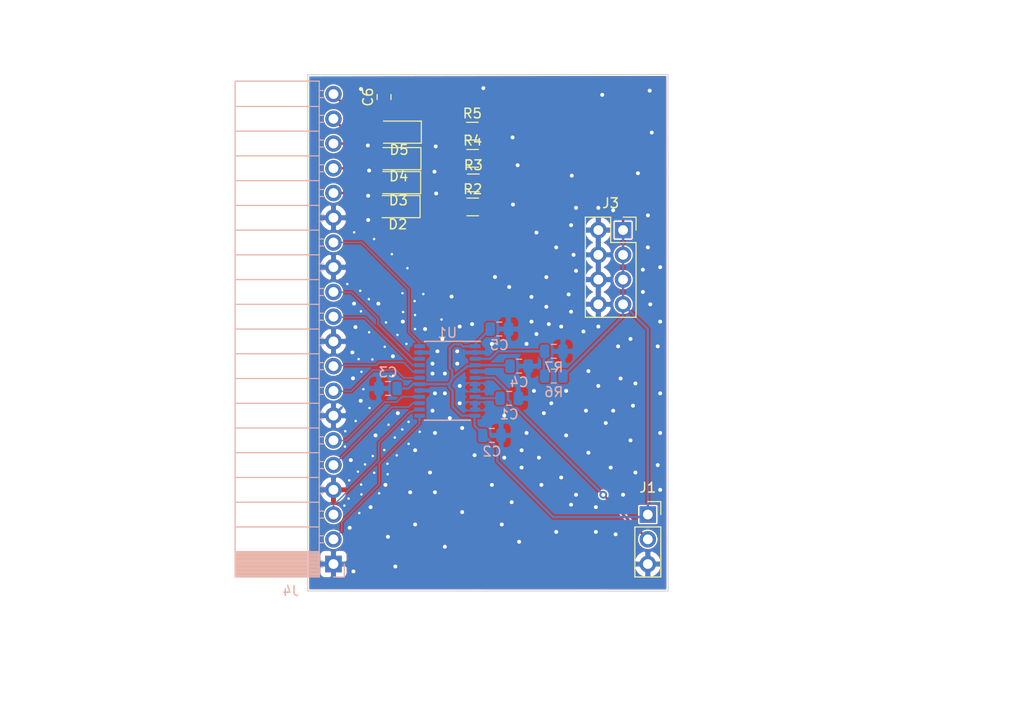
<source format=kicad_pcb>
(kicad_pcb (version 20171130) (host pcbnew 5.1.5+dfsg1-2+b1)
  (layers (0 F.Cu signal) (31 B.Cu signal) (34 B.Paste user) (35 F.Paste user) (36 B.SilkS user) (37 F.SilkS user) (38 B.Mask user) (39 F.Mask user) (44 Edge.Cuts user))
  (net 0 "")
  (net 1 GND)
  (net 2 "Net-(C1-Pad1)")
  (net 3 +3V3)
  (net 4 "Net-(D2-Pad1)")
  (net 5 "Net-(D2-Pad2)")
  (net 6 "Net-(D3-Pad2)")
  (net 7 "Net-(D3-Pad1)")
  (net 8 "Net-(D4-Pad1)")
  (net 9 "Net-(D4-Pad2)")
  (net 10 "Net-(D5-Pad2)")
  (net 11 "Net-(D5-Pad1)")
  (net 12 "Net-(J1-Pad2)")
  (net 13 "Net-(J4-Pad2)")
  (net 14 "Net-(J4-Pad3)")
  (net 15 "Net-(J4-Pad5)")
  (net 16 "Net-(J4-Pad6)")
  (net 17 "Net-(J4-Pad8)")
  (net 18 "Net-(J4-Pad9)")
  (net 19 "Net-(J4-Pad11)")
  (net 20 "Net-(J4-Pad12)")
  (net 21 "Net-(R6-Pad1)")
  (net 22 "Net-(J4-Pad14)")
  (module Capacitor_SMD:C_0805_2012Metric (layer F.Cu) (at 78.85 28.25 90)
    (fp_text reference C6 (at 0 -1.65 90) (layer F.SilkS))
    (fp_text value 0.1uF)
    (pad 2 smd roundrect (at 0.9375 0 90) (size 0.975 1.4) (layers F.Cu F.Paste F.Mask) (net 1 GND))
    (pad 1 smd roundrect (at -0.9375 0 90) (size 0.975 1.4) (layers F.Cu F.Paste F.Mask) (net 3 +3V3))
  )
  (module Package_SO:TSSOP-24_4.4x7.8mm_P0.65mm (layer B.Cu) (at 85.344 57.404 180)
    (fp_text reference U1 (at 0 4.95) (layer B.SilkS) (effects (justify mirror)))
    (fp_text value ADC08060)
    (pad 24 smd rect (at 2.85 3.575 180) (size 1.1 0.4) (layers B.Cu B.Paste B.Mask) (net 22 "Net-(J4-Pad14)"))
    (pad 23 smd rect (at 2.85 2.925 180) (size 1.1 0.4) (layers B.Cu B.Paste B.Mask) (net 1 GND))
    (pad 22 smd rect (at 2.85 2.275 180) (size 1.1 0.4) (layers B.Cu B.Paste B.Mask) (net 20 "Net-(J4-Pad12)"))
    (pad 21 smd rect (at 2.85 1.625 180) (size 1.1 0.4) (layers B.Cu B.Paste B.Mask) (net 19 "Net-(J4-Pad11)"))
    (pad 20 smd rect (at 2.85 0.975 180) (size 1.1 0.4) (layers B.Cu B.Paste B.Mask) (net 18 "Net-(J4-Pad9)"))
    (pad 19 smd rect (at 2.85 0.325 180) (size 1.1 0.4) (layers B.Cu B.Paste B.Mask) (net 17 "Net-(J4-Pad8)"))
    (pad 18 smd rect (at 2.85 -0.325 180) (size 1.1 0.4) (layers B.Cu B.Paste B.Mask) (net 3 +3V3))
    (pad 17 smd rect (at 2.85 -0.975 180) (size 1.1 0.4) (layers B.Cu B.Paste B.Mask) (net 1 GND))
    (pad 16 smd rect (at 2.85 -1.625 180) (size 1.1 0.4) (layers B.Cu B.Paste B.Mask) (net 16 "Net-(J4-Pad6)"))
    (pad 15 smd rect (at 2.85 -2.275 180) (size 1.1 0.4) (layers B.Cu B.Paste B.Mask) (net 15 "Net-(J4-Pad5)"))
    (pad 14 smd rect (at 2.85 -2.925 180) (size 1.1 0.4) (layers B.Cu B.Paste B.Mask) (net 14 "Net-(J4-Pad3)"))
    (pad 13 smd rect (at 2.85 -3.575 180) (size 1.1 0.4) (layers B.Cu B.Paste B.Mask) (net 13 "Net-(J4-Pad2)"))
    (pad 12 smd rect (at -2.85 -3.575 180) (size 1.1 0.4) (layers B.Cu B.Paste B.Mask) (net 3 +3V3))
    (pad 11 smd rect (at -2.85 -2.925 180) (size 1.1 0.4) (layers B.Cu B.Paste B.Mask) (net 1 GND))
    (pad 10 smd rect (at -2.85 -2.275 180) (size 1.1 0.4) (layers B.Cu B.Paste B.Mask) (net 1 GND))
    (pad 9 smd rect (at -2.85 -1.625 180) (size 1.1 0.4) (layers B.Cu B.Paste B.Mask) (net 2 "Net-(C1-Pad1)"))
    (pad 8 smd rect (at -2.85 -0.975 180) (size 1.1 0.4) (layers B.Cu B.Paste B.Mask) (net 1 GND))
    (pad 7 smd rect (at -2.85 -0.325 180) (size 1.1 0.4) (layers B.Cu B.Paste B.Mask) (net 1 GND))
    (pad 6 smd rect (at -2.85 0.325 180) (size 1.1 0.4) (layers B.Cu B.Paste B.Mask) (net 12 "Net-(J1-Pad2)"))
    (pad 5 smd rect (at -2.85 0.975 180) (size 1.1 0.4) (layers B.Cu B.Paste B.Mask) (net 1 GND))
    (pad 4 smd rect (at -2.85 1.625 180) (size 1.1 0.4) (layers B.Cu B.Paste B.Mask) (net 3 +3V3))
    (pad 3 smd rect (at -2.85 2.275 180) (size 1.1 0.4) (layers B.Cu B.Paste B.Mask) (net 21 "Net-(R6-Pad1)"))
    (pad 2 smd rect (at -2.85 2.925 180) (size 1.1 0.4) (layers B.Cu B.Paste B.Mask) (net 1 GND))
    (pad 1 smd rect (at -2.85 3.575 180) (size 1.1 0.4) (layers B.Cu B.Paste B.Mask) (net 3 +3V3))
  )
  (module Resistor_SMD:R_0805_2012Metric (layer B.Cu) (at 96.266 54.356)
    (fp_text reference R7 (at 0 1.65) (layer B.SilkS) (effects (justify mirror)))
    (fp_text value 100Ohm)
    (pad 2 smd roundrect (at 0.9375 0) (size 0.975 1.4) (layers B.Cu B.Paste B.Mask) (net 1 GND))
    (pad 1 smd roundrect (at -0.9375 0) (size 0.975 1.4) (layers B.Cu B.Paste B.Mask) (net 21 "Net-(R6-Pad1)"))
  )
  (module Resistor_SMD:R_0805_2012Metric (layer B.Cu) (at 96.266 56.896)
    (fp_text reference R6 (at 0 1.65) (layer B.SilkS) (effects (justify mirror)))
    (fp_text value 200Ohm)
    (pad 2 smd roundrect (at 0.9375 0) (size 0.975 1.4) (layers B.Cu B.Paste B.Mask) (net 3 +3V3))
    (pad 1 smd roundrect (at -0.9375 0) (size 0.975 1.4) (layers B.Cu B.Paste B.Mask) (net 21 "Net-(R6-Pad1)"))
  )
  (module Connector_PinSocket_2.54mm:PinSocket_2x04_P2.54mm_Vertical (layer F.Cu) (at 103.378 41.91)
    (fp_text reference J3 (at -1.27 -2.77) (layer F.SilkS))
    (fp_text value Conn_02x04_Odd_Even)
    (pad 8 thru_hole oval (at -2.54 7.62) (size 1.7 1.7) (drill 1) (layers *.Cu *.Mask) (net 1 GND))
    (pad 7 thru_hole oval (at 0 7.62) (size 1.7 1.7) (drill 1) (layers *.Cu *.Mask) (net 3 +3V3))
    (pad 6 thru_hole oval (at -2.54 5.08) (size 1.7 1.7) (drill 1) (layers *.Cu *.Mask) (net 1 GND))
    (pad 5 thru_hole oval (at 0 5.08) (size 1.7 1.7) (drill 1) (layers *.Cu *.Mask) (net 3 +3V3))
    (pad 4 thru_hole oval (at -2.54 2.54) (size 1.7 1.7) (drill 1) (layers *.Cu *.Mask) (net 1 GND))
    (pad 3 thru_hole oval (at 0 2.54) (size 1.7 1.7) (drill 1) (layers *.Cu *.Mask) (net 3 +3V3))
    (pad 2 thru_hole oval (at -2.54 0) (size 1.7 1.7) (drill 1) (layers *.Cu *.Mask) (net 1 GND))
    (pad 1 thru_hole rect (at 0 0) (size 1.7 1.7) (drill 1) (layers *.Cu *.Mask) (net 3 +3V3))
  )
  (module Connector_PinSocket_2.54mm:PinSocket_1x03_P2.54mm_Vertical (layer F.Cu) (at 105.918 71.12)
    (fp_text reference J1 (at 0 -2.77) (layer F.SilkS))
    (fp_text value Conn_01x03_Male)
    (pad 3 thru_hole oval (at 0 5.08) (size 1.7 1.7) (drill 1) (layers *.Cu *.Mask) (net 1 GND))
    (pad 2 thru_hole oval (at 0 2.54) (size 1.7 1.7) (drill 1) (layers *.Cu *.Mask) (net 12 "Net-(J1-Pad2)"))
    (pad 1 thru_hole rect (at 0 0) (size 1.7 1.7) (drill 1) (layers *.Cu *.Mask) (net 3 +3V3))
  )
  (module Capacitor_SMD:C_0805_2012Metric (layer B.Cu) (at 90.678 52.07)
    (fp_text reference C5 (at 0 1.65) (layer B.SilkS) (effects (justify mirror)))
    (fp_text value 0.1uF)
    (pad 2 smd roundrect (at 0.9375 0) (size 0.975 1.4) (layers B.Cu B.Paste B.Mask) (net 1 GND))
    (pad 1 smd roundrect (at -0.9375 0) (size 0.975 1.4) (layers B.Cu B.Paste B.Mask) (net 3 +3V3))
  )
  (module Capacitor_SMD:C_0805_2012Metric (layer B.Cu) (at 92.71 55.88)
    (fp_text reference C4 (at 0 1.65) (layer B.SilkS) (effects (justify mirror)))
    (fp_text value 0.1uF)
    (pad 2 smd roundrect (at 0.9375 0) (size 0.975 1.4) (layers B.Cu B.Paste B.Mask) (net 1 GND))
    (pad 1 smd roundrect (at -0.9375 0) (size 0.975 1.4) (layers B.Cu B.Paste B.Mask) (net 3 +3V3))
  )
  (module Capacitor_SMD:C_0805_2012Metric (layer B.Cu) (at 79.248 58.166 180)
    (fp_text reference C3 (at 0 1.65) (layer B.SilkS) (effects (justify mirror)))
    (fp_text value 0.1uF)
    (pad 2 smd roundrect (at 0.9375 0 180) (size 0.975 1.4) (layers B.Cu B.Paste B.Mask) (net 1 GND))
    (pad 1 smd roundrect (at -0.9375 0 180) (size 0.975 1.4) (layers B.Cu B.Paste B.Mask) (net 3 +3V3))
  )
  (module Capacitor_SMD:C_0805_2012Metric (layer B.Cu) (at 89.916 62.992)
    (fp_text reference C2 (at 0 1.65) (layer B.SilkS) (effects (justify mirror)))
    (fp_text value 0.1uF)
    (pad 2 smd roundrect (at 0.9375 0) (size 0.975 1.4) (layers B.Cu B.Paste B.Mask) (net 1 GND))
    (pad 1 smd roundrect (at -0.9375 0) (size 0.975 1.4) (layers B.Cu B.Paste B.Mask) (net 3 +3V3))
  )
  (module Capacitor_SMD:C_0805_2012Metric (layer B.Cu) (at 91.694 59.182)
    (fp_text reference C1 (at 0 1.65) (layer B.SilkS) (effects (justify mirror)))
    (fp_text value 0.1uF)
    (pad 2 smd roundrect (at 0.9375 0) (size 0.975 1.4) (layers B.Cu B.Paste B.Mask) (net 1 GND))
    (pad 1 smd roundrect (at -0.9375 0) (size 0.975 1.4) (layers B.Cu B.Paste B.Mask) (net 2 "Net-(C1-Pad1)"))
  )
  (module LED_SMD:LED_1206_3216Metric (layer F.Cu) (at 80.26 39.5 180)
    (fp_text reference D2 (at 0 -1.82) (layer F.SilkS))
    (fp_text value LED)
    (pad 1 smd roundrect (at -1.4 0 180) (size 1.25 1.75) (layers F.Cu F.Paste F.Mask) (roundrect_rratio 0.2) (net 4 "Net-(D2-Pad1)"))
    (pad 2 smd roundrect (at 1.4 0 180) (size 1.25 1.75) (layers F.Cu F.Paste F.Mask) (roundrect_rratio 0.2) (net 5 "Net-(D2-Pad2)"))
  )
  (module LED_SMD:LED_1206_3216Metric (layer F.Cu) (at 80.32 37.04 180)
    (fp_text reference D3 (at 0 -1.82) (layer F.SilkS))
    (fp_text value LED)
    (pad 2 smd roundrect (at 1.4 0 180) (size 1.25 1.75) (layers F.Cu F.Paste F.Mask) (roundrect_rratio 0.2) (net 6 "Net-(D3-Pad2)"))
    (pad 1 smd roundrect (at -1.4 0 180) (size 1.25 1.75) (layers F.Cu F.Paste F.Mask) (roundrect_rratio 0.2) (net 7 "Net-(D3-Pad1)"))
  )
  (module LED_SMD:LED_1206_3216Metric (layer F.Cu) (at 80.35 34.57 180)
    (fp_text reference D4 (at 0 -1.82) (layer F.SilkS))
    (fp_text value LED)
    (pad 1 smd roundrect (at -1.4 0 180) (size 1.25 1.75) (layers F.Cu F.Paste F.Mask) (roundrect_rratio 0.2) (net 8 "Net-(D4-Pad1)"))
    (pad 2 smd roundrect (at 1.4 0 180) (size 1.25 1.75) (layers F.Cu F.Paste F.Mask) (roundrect_rratio 0.2) (net 9 "Net-(D4-Pad2)"))
  )
  (module LED_SMD:LED_1206_3216Metric (layer F.Cu) (at 80.39 31.85 180)
    (fp_text reference D5 (at 0 -1.82) (layer F.SilkS))
    (fp_text value LED)
    (pad 2 smd roundrect (at 1.4 0 180) (size 1.25 1.75) (layers F.Cu F.Paste F.Mask) (roundrect_rratio 0.2) (net 10 "Net-(D5-Pad2)"))
    (pad 1 smd roundrect (at -1.4 0 180) (size 1.25 1.75) (layers F.Cu F.Paste F.Mask) (roundrect_rratio 0.2) (net 11 "Net-(D5-Pad1)"))
  )
  (module Connector_PinSocket_2.54mm:PinSocket_1x20_P2.54mm_Horizontal (layer B.Cu) (at 73.66 76.2)
    (fp_text reference J4 (at -4.38 2.77) (layer B.SilkS) (effects (justify mirror)))
    (fp_text value Conn_01x20_Female)
    (pad 1 thru_hole rect (at 0 0) (size 1.7 1.7) (drill 1) (layers *.Cu *.Mask) (net 1 GND))
    (pad 2 thru_hole oval (at 0 -2.54) (size 1.7 1.7) (drill 1) (layers *.Cu *.Mask) (net 13 "Net-(J4-Pad2)"))
    (pad 3 thru_hole oval (at 0 -5.08) (size 1.7 1.7) (drill 1) (layers *.Cu *.Mask) (net 14 "Net-(J4-Pad3)"))
    (pad 4 thru_hole oval (at 0 -7.62) (size 1.7 1.7) (drill 1) (layers *.Cu *.Mask) (net 1 GND))
    (pad 5 thru_hole oval (at 0 -10.16) (size 1.7 1.7) (drill 1) (layers *.Cu *.Mask) (net 15 "Net-(J4-Pad5)"))
    (pad 6 thru_hole oval (at 0 -12.7) (size 1.7 1.7) (drill 1) (layers *.Cu *.Mask) (net 16 "Net-(J4-Pad6)"))
    (pad 7 thru_hole oval (at 0 -15.24) (size 1.7 1.7) (drill 1) (layers *.Cu *.Mask) (net 1 GND))
    (pad 8 thru_hole oval (at 0 -17.78) (size 1.7 1.7) (drill 1) (layers *.Cu *.Mask) (net 17 "Net-(J4-Pad8)"))
    (pad 9 thru_hole oval (at 0 -20.32) (size 1.7 1.7) (drill 1) (layers *.Cu *.Mask) (net 18 "Net-(J4-Pad9)"))
    (pad 10 thru_hole oval (at 0 -22.86) (size 1.7 1.7) (drill 1) (layers *.Cu *.Mask) (net 1 GND))
    (pad 11 thru_hole oval (at 0 -25.4) (size 1.7 1.7) (drill 1) (layers *.Cu *.Mask) (net 19 "Net-(J4-Pad11)"))
    (pad 12 thru_hole oval (at 0 -27.94) (size 1.7 1.7) (drill 1) (layers *.Cu *.Mask) (net 20 "Net-(J4-Pad12)"))
    (pad 13 thru_hole oval (at 0 -30.48) (size 1.7 1.7) (drill 1) (layers *.Cu *.Mask) (net 1 GND))
    (pad 14 thru_hole oval (at 0 -33.02) (size 1.7 1.7) (drill 1) (layers *.Cu *.Mask) (net 22 "Net-(J4-Pad14)"))
    (pad 15 thru_hole oval (at 0 -35.56) (size 1.7 1.7) (drill 1) (layers *.Cu *.Mask) (net 1 GND))
    (pad 16 thru_hole oval (at 0 -38.1) (size 1.7 1.7) (drill 1) (layers *.Cu *.Mask) (net 5 "Net-(D2-Pad2)"))
    (pad 17 thru_hole oval (at 0 -40.64) (size 1.7 1.7) (drill 1) (layers *.Cu *.Mask) (net 6 "Net-(D3-Pad2)"))
    (pad 18 thru_hole oval (at 0 -43.18) (size 1.7 1.7) (drill 1) (layers *.Cu *.Mask) (net 9 "Net-(D4-Pad2)"))
    (pad 19 thru_hole oval (at 0 -45.72) (size 1.7 1.7) (drill 1) (layers *.Cu *.Mask) (net 10 "Net-(D5-Pad2)"))
    (pad 20 thru_hole oval (at 0 -48.26) (size 1.7 1.7) (drill 1) (layers *.Cu *.Mask) (net 3 +3V3))
  )
  (module Resistor_SMD:R_1206_3216Metric (layer F.Cu) (at 87.95 39.53)
    (fp_text reference R2 (at 0 -1.82) (layer F.SilkS))
    (fp_text value "10 kOhm")
    (pad 2 smd roundrect (at 1.4 0) (size 1.25 1.75) (layers F.Cu F.Paste F.Mask) (roundrect_rratio 0.2) (net 1 GND))
    (pad 1 smd roundrect (at -1.4 0) (size 1.25 1.75) (layers F.Cu F.Paste F.Mask) (roundrect_rratio 0.2) (net 4 "Net-(D2-Pad1)"))
  )
  (module Resistor_SMD:R_1206_3216Metric (layer F.Cu) (at 88.01 37.06)
    (fp_text reference R3 (at 0 -1.82) (layer F.SilkS))
    (fp_text value "10 kOhm")
    (pad 1 smd roundrect (at -1.4 0) (size 1.25 1.75) (layers F.Cu F.Paste F.Mask) (roundrect_rratio 0.2) (net 7 "Net-(D3-Pad1)"))
    (pad 2 smd roundrect (at 1.4 0) (size 1.25 1.75) (layers F.Cu F.Paste F.Mask) (roundrect_rratio 0.2) (net 1 GND))
  )
  (module Resistor_SMD:R_1206_3216Metric (layer F.Cu) (at 87.94 34.54)
    (fp_text reference R4 (at 0 -1.82) (layer F.SilkS))
    (fp_text value "10 kOhm")
    (pad 2 smd roundrect (at 1.4 0) (size 1.25 1.75) (layers F.Cu F.Paste F.Mask) (roundrect_rratio 0.2) (net 1 GND))
    (pad 1 smd roundrect (at -1.4 0) (size 1.25 1.75) (layers F.Cu F.Paste F.Mask) (roundrect_rratio 0.2) (net 8 "Net-(D4-Pad1)"))
  )
  (module Resistor_SMD:R_1206_3216Metric (layer F.Cu) (at 87.91 31.75)
    (fp_text reference R5 (at 0 -1.82) (layer F.SilkS))
    (fp_text value "10 kOhm")
    (pad 1 smd roundrect (at -1.4 0) (size 1.25 1.75) (layers F.Cu F.Paste F.Mask) (roundrect_rratio 0.2) (net 11 "Net-(D5-Pad1)"))
    (pad 2 smd roundrect (at 1.4 0) (size 1.25 1.75) (layers F.Cu F.Paste F.Mask) (roundrect_rratio 0.2) (net 1 GND))
  )
  (gr_line (start 107.98 25.92) (end 71.02 25.96) (layer Edge.Cuts) (width 0.1))
  (gr_line (start 107.99 78.97) (end 107.98 25.92) (layer Edge.Cuts) (width 0.1))
  (gr_line (start 71.01 78.96) (end 107.99 78.97) (layer Edge.Cuts) (width 0.1))
  (gr_line (start 71.02 25.96) (end 71.01 78.96) (layer Edge.Cuts) (width 0.1))
  (via (at 85.78 48.73) (size 0.8) (drill 0.4) (layers F.Cu B.Cu) (net 1))
  (via (at 75.77 49.46) (size 0.8) (drill 0.4) (layers F.Cu B.Cu) (net 1))
  (via (at 78.27 49.46) (size 0.8) (drill 0.4) (layers F.Cu B.Cu) (net 1))
  (via (at 75.32 72.48) (size 0.8) (drill 0.4) (layers F.Cu B.Cu) (net 1))
  (via (at 75.92 51.87) (size 0.8) (drill 0.4) (layers F.Cu B.Cu) (net 1))
  (via (at 90.23 46.72) (size 0.8) (drill 0.4) (layers F.Cu B.Cu) (net 1))
  (via (at 92.08 39.28) (size 0.8) (drill 0.4) (layers F.Cu B.Cu) (net 1))
  (via (at 92.56 35.25) (size 0.8) (drill 0.4) (layers F.Cu B.Cu) (net 1))
  (via (at 92.04 32.39) (size 0.8) (drill 0.4) (layers F.Cu B.Cu) (net 1))
  (via (at 76.48 27.42) (size 0.8) (drill 0.4) (layers F.Cu B.Cu) (net 1))
  (via (at 89.04 27.33) (size 0.8) (drill 0.4) (layers F.Cu B.Cu) (net 1))
  (via (at 101.24 28.02) (size 0.8) (drill 0.4) (layers F.Cu B.Cu) (net 1))
  (via (at 106.11 27.59) (size 0.8) (drill 0.4) (layers F.Cu B.Cu) (net 1))
  (via (at 106.32 31.89) (size 0.8) (drill 0.4) (layers F.Cu B.Cu) (net 1))
  (via (at 105.93 40.4) (size 0.8) (drill 0.4) (layers F.Cu B.Cu) (net 1))
  (via (at 98.11 36.32) (size 0.8) (drill 0.4) (layers F.Cu B.Cu) (net 1))
  (via (at 98.55 46.09) (size 0.8) (drill 0.4) (layers F.Cu B.Cu) (net 1))
  (via (at 75.71 76.96) (size 0.8) (drill 0.4) (layers F.Cu B.Cu) (net 1))
  (via (at 75.6 54.47) (size 0.8) (drill 0.4) (layers F.Cu B.Cu) (net 1))
  (via (at 75.66 57.13) (size 0.8) (drill 0.4) (layers F.Cu B.Cu) (net 1))
  (via (at 77.19 33.22) (size 0.8) (drill 0.4) (layers F.Cu B.Cu) (net 1))
  (via (at 84.15 33.32) (size 0.8) (drill 0.4) (layers F.Cu B.Cu) (net 1))
  (via (at 84.03 35.91) (size 0.8) (drill 0.4) (layers F.Cu B.Cu) (net 1))
  (via (at 84.2 38.15) (size 0.8) (drill 0.4) (layers F.Cu B.Cu) (net 1))
  (via (at 77.22 38.38) (size 0.8) (drill 0.4) (layers F.Cu B.Cu) (net 1))
  (via (at 77.32 35.79) (size 0.8) (drill 0.4) (layers F.Cu B.Cu) (net 1))
  (via (at 77.22 40.87) (size 0.8) (drill 0.4) (layers F.Cu B.Cu) (net 1))
  (via (at 83.82 56.642) (size 0.8) (drill 0.4) (layers F.Cu B.Cu) (net 1))
  (via (at 85.09 56.642) (size 0.8) (drill 0.4) (layers F.Cu B.Cu) (net 1))
  (via (at 86.36 55.626) (size 0.8) (drill 0.4) (layers F.Cu B.Cu) (net 1))
  (via (at 86.614 57.912) (size 0.8) (drill 0.4) (layers F.Cu B.Cu) (net 1))
  (via (at 85.09 58.674) (size 0.8) (drill 0.4) (layers F.Cu B.Cu) (net 1))
  (via (at 84.074 58.674) (size 0.8) (drill 0.4) (layers F.Cu B.Cu) (net 1))
  (via (at 86.614 59.69) (size 0.8) (drill 0.4) (layers F.Cu B.Cu) (net 1))
  (via (at 83.82 60.452) (size 0.8) (drill 0.4) (layers F.Cu B.Cu) (net 1))
  (via (at 84.328 54.356) (size 0.8) (drill 0.4) (layers F.Cu B.Cu) (net 1))
  (via (at 83.82 55.626) (size 0.8) (drill 0.4) (layers F.Cu B.Cu) (net 1))
  (via (at 86.36 54.356) (size 0.8) (drill 0.4) (layers F.Cu B.Cu) (net 1))
  (via (at 84.836 53.086) (size 0.8) (drill 0.4) (layers F.Cu B.Cu) (net 1))
  (via (at 83.058 52.07) (size 0.8) (drill 0.4) (layers F.Cu B.Cu) (net 1))
  (via (at 80.772 51.308) (size 0.8) (drill 0.4) (layers F.Cu B.Cu) (net 1))
  (via (at 86.614 51.816) (size 0.8) (drill 0.4) (layers F.Cu B.Cu) (net 1))
  (via (at 87.884 51.562) (size 0.8) (drill 0.4) (layers F.Cu B.Cu) (net 1))
  (via (at 85.598 61.214) (size 0.8) (drill 0.4) (layers F.Cu B.Cu) (net 1))
  (via (at 86.868 62.23) (size 0.8) (drill 0.4) (layers F.Cu B.Cu) (net 1))
  (via (at 84.074 62.738) (size 0.8) (drill 0.4) (layers F.Cu B.Cu) (net 1))
  (via (at 82.042 64.516) (size 0.8) (drill 0.4) (layers F.Cu B.Cu) (net 1))
  (via (at 80.264 60.706) (size 0.8) (drill 0.4) (layers F.Cu B.Cu) (net 1))
  (via (at 77.978 62.992) (size 0.8) (drill 0.4) (layers F.Cu B.Cu) (net 1))
  (via (at 75.438 65.532) (size 0.8) (drill 0.4) (layers F.Cu B.Cu) (net 1))
  (via (at 76.454 59.436) (size 0.8) (drill 0.4) (layers F.Cu B.Cu) (net 1))
  (via (at 79.756 54.864) (size 0.8) (drill 0.4) (layers F.Cu B.Cu) (net 1))
  (via (at 91.186 60.96) (size 0.8) (drill 0.4) (layers F.Cu B.Cu) (net 1))
  (via (at 93.472 62.738) (size 0.8) (drill 0.4) (layers F.Cu B.Cu) (net 1))
  (via (at 92.964 64.516) (size 0.8) (drill 0.4) (layers F.Cu B.Cu) (net 1))
  (via (at 91.186 65.278) (size 0.8) (drill 0.4) (layers F.Cu B.Cu) (net 1))
  (via (at 88.138 65.024) (size 0.8) (drill 0.4) (layers F.Cu B.Cu) (net 1))
  (via (at 89.916 53.594) (size 0.8) (drill 0.4) (layers F.Cu B.Cu) (net 1))
  (via (at 93.472 53.594) (size 0.8) (drill 0.4) (layers F.Cu B.Cu) (net 1))
  (via (at 89.916 68.072) (size 0.8) (drill 0.4) (layers F.Cu B.Cu) (net 1))
  (via (at 91.948 69.85) (size 0.8) (drill 0.4) (layers F.Cu B.Cu) (net 1))
  (via (at 96.52 72.898) (size 0.8) (drill 0.4) (layers F.Cu B.Cu) (net 1))
  (via (at 100.584 72.898) (size 0.8) (drill 0.4) (layers F.Cu B.Cu) (net 1))
  (via (at 106.934 66.04) (size 0.8) (drill 0.4) (layers F.Cu B.Cu) (net 1))
  (via (at 102.616 73.152) (size 0.8) (drill 0.4) (layers F.Cu B.Cu) (net 1))
  (via (at 98.044 70.104) (size 0.8) (drill 0.4) (layers F.Cu B.Cu) (net 1))
  (via (at 94.996 68.072) (size 0.8) (drill 0.4) (layers F.Cu B.Cu) (net 1))
  (via (at 92.964 66.294) (size 0.8) (drill 0.4) (layers F.Cu B.Cu) (net 1))
  (via (at 94.742 65.278) (size 0.8) (drill 0.4) (layers F.Cu B.Cu) (net 1))
  (via (at 97.028 67.31) (size 0.8) (drill 0.4) (layers F.Cu B.Cu) (net 1))
  (via (at 98.552 69.088) (size 0.8) (drill 0.4) (layers F.Cu B.Cu) (net 1))
  (via (at 100.584 70.358) (size 0.8) (drill 0.4) (layers F.Cu B.Cu) (net 1))
  (via (at 103.378 69.088) (size 0.8) (drill 0.4) (layers F.Cu B.Cu) (net 1))
  (via (at 107.188 68.58) (size 0.8) (drill 0.4) (layers F.Cu B.Cu) (net 1))
  (via (at 102.108 66.294) (size 0.8) (drill 0.4) (layers F.Cu B.Cu) (net 1))
  (via (at 99.822 64.77) (size 0.8) (drill 0.4) (layers F.Cu B.Cu) (net 1))
  (via (at 97.536 62.992) (size 0.8) (drill 0.4) (layers F.Cu B.Cu) (net 1))
  (via (at 95.25 60.706) (size 0.8) (drill 0.4) (layers F.Cu B.Cu) (net 1))
  (via (at 94.234 58.42) (size 0.8) (drill 0.4) (layers F.Cu B.Cu) (net 1))
  (via (at 96.012 59.69) (size 0.8) (drill 0.4) (layers F.Cu B.Cu) (net 1))
  (via (at 97.536 58.42) (size 0.8) (drill 0.4) (layers F.Cu B.Cu) (net 1))
  (via (at 99.822 56.388) (size 0.8) (drill 0.4) (layers F.Cu B.Cu) (net 1))
  (via (at 102.87 53.848) (size 0.8) (drill 0.4) (layers F.Cu B.Cu) (net 1))
  (via (at 104.14 53.086) (size 0.8) (drill 0.4) (layers F.Cu B.Cu) (net 1))
  (via (at 104.648 57.658) (size 0.8) (drill 0.4) (layers F.Cu B.Cu) (net 1))
  (via (at 104.394 59.944) (size 0.8) (drill 0.4) (layers F.Cu B.Cu) (net 1))
  (via (at 104.14 63.5) (size 0.8) (drill 0.4) (layers F.Cu B.Cu) (net 1))
  (via (at 104.648 66.802) (size 0.8) (drill 0.4) (layers F.Cu B.Cu) (net 1))
  (via (at 101.6 61.722) (size 0.8) (drill 0.4) (layers F.Cu B.Cu) (net 1))
  (via (at 99.568 60.452) (size 0.8) (drill 0.4) (layers F.Cu B.Cu) (net 1))
  (via (at 100.838 57.912) (size 0.8) (drill 0.4) (layers F.Cu B.Cu) (net 1))
  (via (at 102.362 60.452) (size 0.8) (drill 0.4) (layers F.Cu B.Cu) (net 1))
  (via (at 103.124 57.15) (size 0.8) (drill 0.4) (layers F.Cu B.Cu) (net 1))
  (via (at 107.188 62.738) (size 0.8) (drill 0.4) (layers F.Cu B.Cu) (net 1))
  (via (at 107.188 58.674) (size 0.8) (drill 0.4) (layers F.Cu B.Cu) (net 1))
  (via (at 106.934 53.848) (size 0.8) (drill 0.4) (layers F.Cu B.Cu) (net 1))
  (via (at 106.172 49.53) (size 0.8) (drill 0.4) (layers F.Cu B.Cu) (net 1))
  (via (at 107.188 45.72) (size 0.8) (drill 0.4) (layers F.Cu B.Cu) (net 1))
  (via (at 107.188 51.308) (size 0.8) (drill 0.4) (layers F.Cu B.Cu) (net 1))
  (via (at 105.41 45.974) (size 0.8) (drill 0.4) (layers F.Cu B.Cu) (net 1))
  (via (at 105.918 43.688) (size 0.8) (drill 0.4) (layers F.Cu B.Cu) (net 1))
  (via (at 99.314 52.324) (size 0.8) (drill 0.4) (layers F.Cu B.Cu) (net 1))
  (via (at 97.028 51.816) (size 0.8) (drill 0.4) (layers F.Cu B.Cu) (net 1))
  (via (at 95.758 51.562) (size 0.8) (drill 0.4) (layers F.Cu B.Cu) (net 1))
  (via (at 93.98 51.308) (size 0.8) (drill 0.4) (layers F.Cu B.Cu) (net 1))
  (via (at 94.488 52.578) (size 0.8) (drill 0.4) (layers F.Cu B.Cu) (net 1))
  (via (at 95.504 49.784) (size 0.8) (drill 0.4) (layers F.Cu B.Cu) (net 1))
  (via (at 97.79 48.514) (size 0.8) (drill 0.4) (layers F.Cu B.Cu) (net 1))
  (via (at 98.044 50.292) (size 0.8) (drill 0.4) (layers F.Cu B.Cu) (net 1))
  (via (at 100.838 51.816) (size 0.8) (drill 0.4) (layers F.Cu B.Cu) (net 1))
  (via (at 105.41 48.26) (size 0.8) (drill 0.4) (layers F.Cu B.Cu) (net 1))
  (via (at 94.488 42.164) (size 0.8) (drill 0.4) (layers F.Cu B.Cu) (net 1))
  (via (at 98.552 39.624) (size 0.8) (drill 0.4) (layers F.Cu B.Cu) (net 1))
  (via (at 104.902 36.068) (size 0.8) (drill 0.4) (layers F.Cu B.Cu) (net 1))
  (via (at 102.362 39.878) (size 0.8) (drill 0.4) (layers F.Cu B.Cu) (net 1))
  (via (at 100.838 39.624) (size 0.8) (drill 0.4) (layers F.Cu B.Cu) (net 1))
  (via (at 96.52 43.688) (size 0.8) (drill 0.4) (layers F.Cu B.Cu) (net 1))
  (via (at 98.044 41.402) (size 0.8) (drill 0.4) (layers F.Cu B.Cu) (net 1))
  (via (at 98.298 44.45) (size 0.8) (drill 0.4) (layers F.Cu B.Cu) (net 1))
  (via (at 91.694 47.752) (size 0.8) (drill 0.4) (layers F.Cu B.Cu) (net 1))
  (via (at 93.98 48.768) (size 0.8) (drill 0.4) (layers F.Cu B.Cu) (net 1))
  (via (at 95.504 46.736) (size 0.8) (drill 0.4) (layers F.Cu B.Cu) (net 1))
  (via (at 78.994 68.072) (size 0.8) (drill 0.4) (layers F.Cu B.Cu) (net 1))
  (via (at 77.47 70.358) (size 0.8) (drill 0.4) (layers F.Cu B.Cu) (net 1))
  (via (at 84.074 68.834) (size 0.8) (drill 0.4) (layers F.Cu B.Cu) (net 1))
  (via (at 83.566 66.802) (size 0.8) (drill 0.4) (layers F.Cu B.Cu) (net 1))
  (via (at 81.534 68.834) (size 0.8) (drill 0.4) (layers F.Cu B.Cu) (net 1))
  (via (at 82.042 72.136) (size 0.8) (drill 0.4) (layers F.Cu B.Cu) (net 1))
  (via (at 86.868 70.866) (size 0.8) (drill 0.4) (layers F.Cu B.Cu) (net 1))
  (via (at 90.932 72.136) (size 0.8) (drill 0.4) (layers F.Cu B.Cu) (net 1))
  (via (at 92.71 73.914) (size 0.8) (drill 0.4) (layers F.Cu B.Cu) (net 1))
  (via (at 85.09 74.422) (size 0.8) (drill 0.4) (layers F.Cu B.Cu) (net 1))
  (via (at 80.01 76.454) (size 0.8) (drill 0.4) (layers F.Cu B.Cu) (net 1))
  (via (at 79.248 73.406) (size 0.8) (drill 0.4) (layers F.Cu B.Cu) (net 1))
  (segment (start 88.363999 59.153999) (end 90.649999 59.153999) (width 0.25) (layer B.Cu) (net 2))
  (segment (start 88.194 59.029) (end 88.239 59.029) (width 0.25) (layer B.Cu) (net 2))
  (segment (start 88.239 59.029) (end 88.363999 59.153999) (width 0.25) (layer B.Cu) (net 2))
  (segment (start 90.649999 59.153999) (end 90.678 59.182) (width 0.25) (layer B.Cu) (net 2))
  (segment (start 81.371998 58.166) (end 81.879998 57.658) (width 0.25) (layer B.Cu) (net 3))
  (segment (start 80.1855 58.166) (end 81.371998 58.166) (width 0.25) (layer B.Cu) (net 3))
  (segment (start 81.879998 57.658) (end 82.296 57.658) (width 0.25) (layer B.Cu) (net 3))
  (segment (start 88.194 55.779) (end 90.323 55.779) (width 0.25) (layer B.Cu) (net 3))
  (segment (start 82.494 57.729) (end 85.558998 57.729) (width 0.25) (layer B.Cu) (net 3))
  (segment (start 87.407998 55.88) (end 87.884 55.88) (width 0.25) (layer B.Cu) (net 3))
  (segment (start 85.888999 60.038001) (end 86.810998 60.96) (width 0.25) (layer B.Cu) (net 3))
  (segment (start 85.888999 58.399997) (end 85.888999 60.038001) (width 0.25) (layer B.Cu) (net 3))
  (segment (start 85.558998 57.729) (end 85.558998 58.069996) (width 0.25) (layer B.Cu) (net 3))
  (segment (start 85.558998 58.069996) (end 85.888999 58.399997) (width 0.25) (layer B.Cu) (net 3))
  (segment (start 86.810998 60.96) (end 88.138 60.96) (width 0.25) (layer B.Cu) (net 3))
  (segment (start 88.138 60.96) (end 88.138 61.976) (width 0.25) (layer B.Cu) (net 3))
  (segment (start 88.138 61.976) (end 89.154 62.992) (width 0.25) (layer B.Cu) (net 3))
  (segment (start 90.460999 65.626001) (end 96.208998 71.374) (width 0.25) (layer B.Cu) (net 3))
  (segment (start 89.154 62.992) (end 90.460999 64.298999) (width 0.25) (layer B.Cu) (net 3))
  (segment (start 90.460999 64.298999) (end 90.460999 65.626001) (width 0.25) (layer B.Cu) (net 3))
  (segment (start 96.208998 71.374) (end 105.664 71.374) (width 0.25) (layer B.Cu) (net 3))
  (segment (start 89.7405 52.07) (end 88.2165 53.594) (width 0.25) (layer B.Cu) (net 3))
  (segment (start 88.2165 53.594) (end 88.2165 53.7695) (width 0.25) (layer B.Cu) (net 3))
  (segment (start 85.852 56.330998) (end 85.852 57.15) (width 0.25) (layer B.Cu) (net 3))
  (segment (start 85.598 56.076998) (end 85.852 56.330998) (width 0.25) (layer B.Cu) (net 3))
  (segment (start 85.598 54.044998) (end 85.598 56.076998) (width 0.25) (layer B.Cu) (net 3))
  (segment (start 86.011999 53.630999) (end 85.598 54.044998) (width 0.25) (layer B.Cu) (net 3))
  (segment (start 86.708001 53.630999) (end 86.011999 53.630999) (width 0.25) (layer B.Cu) (net 3))
  (segment (start 86.925002 53.848) (end 86.708001 53.630999) (width 0.25) (layer B.Cu) (net 3))
  (segment (start 88.138 53.848) (end 86.925002 53.848) (width 0.25) (layer B.Cu) (net 3))
  (segment (start 88.2165 53.7695) (end 88.138 53.848) (width 0.25) (layer B.Cu) (net 3))
  (segment (start 85.852 57.15) (end 87.407998 55.88) (width 0.25) (layer B.Cu) (net 3))
  (segment (start 85.558998 57.729) (end 85.852 57.15) (width 0.25) (layer B.Cu) (net 3))
  (segment (start 103.378 50.732081) (end 97.282 56.828081) (width 0.25) (layer B.Cu) (net 3))
  (segment (start 103.378 49.53) (end 103.378 50.732081) (width 0.25) (layer B.Cu) (net 3))
  (segment (start 97.282 56.828081) (end 97.282 56.896) (width 0.25) (layer B.Cu) (net 3))
  (segment (start 105.918 71.12) (end 105.918 52.07) (width 0.25) (layer B.Cu) (net 3))
  (segment (start 105.918 52.07) (end 103.378 49.53) (width 0.25) (layer B.Cu) (net 3))
  (segment (start 103.378 49.53) (end 103.378 48.327919) (width 0.25) (layer B.Cu) (net 3))
  (segment (start 103.378 48.327919) (end 103.378 41.91) (width 0.25) (layer B.Cu) (net 3))
  (segment (start 90.323 55.779) (end 91.847 55.779) (width 0.25) (layer B.Cu) (net 3))
  (segment (start 91.847 55.779) (end 91.948 55.88) (width 0.25) (layer B.Cu) (net 3))
  (segment (start 103.087001 40.519001) (end 103.087001 34.617001) (width 0.25) (layer F.Cu) (net 3))
  (segment (start 103.378 40.81) (end 103.087001 40.519001) (width 0.25) (layer F.Cu) (net 3))
  (segment (start 103.378 41.91) (end 103.378 40.81) (width 0.25) (layer F.Cu) (net 3))
  (segment (start 103.087001 34.617001) (end 97.66 29.19) (width 0.25) (layer F.Cu) (net 3))
  (segment (start 97.66 29.19) (end 78.8 29.19) (width 0.25) (layer F.Cu) (net 3))
  (segment (start 78.8 29.19) (end 78.8 29.2) (width 0.25) (layer F.Cu) (net 3))
  (segment (start 74.509999 28.789999) (end 78.049999 28.789999) (width 0.25) (layer F.Cu) (net 3))
  (segment (start 73.66 27.94) (end 74.509999 28.789999) (width 0.25) (layer F.Cu) (net 3))
  (segment (start 78.049999 28.789999) (end 78.42 29.16) (width 0.25) (layer F.Cu) (net 3))
  (segment (start 81.66 39.5) (end 86.37 39.5) (width 0.25) (layer F.Cu) (net 4))
  (segment (start 86.37 39.5) (end 86.49 39.38) (width 0.25) (layer F.Cu) (net 4))
  (segment (start 74.862081 38.1) (end 73.66 38.1) (width 0.25) (layer F.Cu) (net 5))
  (segment (start 76.422081 39.66) (end 74.862081 38.1) (width 0.25) (layer F.Cu) (net 5))
  (segment (start 78.9 39.66) (end 76.422081 39.66) (width 0.25) (layer F.Cu) (net 5))
  (segment (start 75.27 36.97) (end 78.72 36.97) (width 0.25) (layer F.Cu) (net 6))
  (segment (start 78.72 36.97) (end 78.75 36.94) (width 0.25) (layer F.Cu) (net 6))
  (segment (start 82.445 37.04) (end 82.475 37.07) (width 0.25) (layer F.Cu) (net 7))
  (segment (start 81.72 37.04) (end 82.445 37.04) (width 0.25) (layer F.Cu) (net 7))
  (segment (start 82.475 37.07) (end 86.47 37.07) (width 0.25) (layer F.Cu) (net 7))
  (segment (start 81.75 34.57) (end 86.36 34.57) (width 0.25) (layer F.Cu) (net 8))
  (segment (start 86.36 34.57) (end 86.52 34.73) (width 0.25) (layer F.Cu) (net 8))
  (segment (start 75.27 35.967919) (end 75.27 36.97) (width 0.25) (layer F.Cu) (net 6))
  (segment (start 74.862081 35.56) (end 75.27 35.967919) (width 0.25) (layer F.Cu) (net 6))
  (segment (start 73.66 35.56) (end 74.862081 35.56) (width 0.25) (layer F.Cu) (net 6))
  (segment (start 76.572081 34.53) (end 78.95 34.53) (width 0.25) (layer F.Cu) (net 9))
  (segment (start 75.062081 33.02) (end 76.572081 34.53) (width 0.25) (layer F.Cu) (net 9))
  (segment (start 78.98 34.56) (end 79 34.58) (width 0.25) (layer F.Cu) (net 9))
  (segment (start 78.95 34.53) (end 78.98 34.56) (width 0.25) (layer F.Cu) (net 9))
  (segment (start 73.66 33.02) (end 75.062081 33.02) (width 0.25) (layer F.Cu) (net 9))
  (segment (start 75.27 31.89) (end 78.93 31.89) (width 0.25) (layer F.Cu) (net 10))
  (segment (start 74.709999 31.329999) (end 75.27 31.89) (width 0.25) (layer F.Cu) (net 10))
  (segment (start 74.509999 31.329999) (end 74.709999 31.329999) (width 0.25) (layer F.Cu) (net 10))
  (segment (start 73.66 30.48) (end 74.509999 31.329999) (width 0.25) (layer F.Cu) (net 10))
  (segment (start 81.79 31.85) (end 86.28 31.85) (width 0.25) (layer F.Cu) (net 11))
  (segment (start 86.28 31.85) (end 86.44 31.69) (width 0.25) (layer F.Cu) (net 11))
  (via (at 101.346 69.088) (size 0.8) (drill 0.4) (layers F.Cu B.Cu) (net 12))
  (segment (start 92.46501 60.20701) (end 101.346 69.088) (width 0.25) (layer B.Cu) (net 12))
  (segment (start 92.15216 60.20701) (end 92.46501 60.20701) (width 0.25) (layer B.Cu) (net 12))
  (segment (start 90.15785 57.079) (end 91.56901 58.49016) (width 0.25) (layer B.Cu) (net 12))
  (segment (start 88.194 57.079) (end 90.15785 57.079) (width 0.25) (layer B.Cu) (net 12))
  (segment (start 91.56901 58.49016) (end 91.56901 59.31101) (width 0.25) (layer B.Cu) (net 12))
  (segment (start 91.81899 59.87384) (end 92.15216 60.20701) (width 0.25) (layer B.Cu) (net 12))
  (segment (start 91.56901 59.31101) (end 91.81899 59.56099) (width 0.25) (layer B.Cu) (net 12))
  (segment (start 91.81899 59.56099) (end 91.81899 59.87384) (width 0.25) (layer B.Cu) (net 12))
  (segment (start 101.346 69.088) (end 105.664 73.406) (width 0.25) (layer F.Cu) (net 12))
  (segment (start 82.494 60.979) (end 82.494 61.429) (width 0.25) (layer B.Cu) (net 13))
  (segment (start 82.494 59.029) (end 82.449 59.029) (width 0.25) (layer B.Cu) (net 16))
  (segment (start 82.449 59.029) (end 82.324001 59.153999) (width 0.25) (layer B.Cu) (net 16))
  (segment (start 82.494 59.029) (end 81.808998 59.029) (width 0.25) (layer B.Cu) (net 16))
  (segment (start 74.509999 60.110001) (end 73.66 60.96) (width 0.25) (layer B.Cu) (net 1))
  (via (at 79.77 56.86) (size 0.5) (drill 0.25) (layers F.Cu B.Cu) (net 1))
  (via (at 76.73 58.25) (size 0.5) (drill 0.25) (layers F.Cu B.Cu) (net 1))
  (via (at 76.53 56.46) (size 0.5) (drill 0.25) (layers F.Cu B.Cu) (net 1))
  (via (at 77.65 55.19) (size 0.5) (drill 0.25) (layers F.Cu B.Cu) (net 1))
  (via (at 76.24 55.16) (size 0.5) (drill 0.25) (layers F.Cu B.Cu) (net 1))
  (via (at 81.37 61.6) (size 0.5) (drill 0.25) (layers F.Cu B.Cu) (net 1))
  (via (at 82.51 62.62) (size 0.5) (drill 0.25) (layers F.Cu B.Cu) (net 1))
  (via (at 80.72 62.38) (size 0.5) (drill 0.25) (layers F.Cu B.Cu) (net 1))
  (via (at 79.95 63.21) (size 0.5) (drill 0.25) (layers F.Cu B.Cu) (net 1))
  (via (at 78.88 64.49) (size 0.5) (drill 0.25) (layers F.Cu B.Cu) (net 1))
  (via (at 79.2 65.9) (size 0.5) (drill 0.25) (layers F.Cu B.Cu) (net 1))
  (via (at 80.15 65.04) (size 0.5) (drill 0.25) (layers F.Cu B.Cu) (net 1))
  (via (at 81.37 63.86) (size 0.5) (drill 0.25) (layers F.Cu B.Cu) (net 1))
  (via (at 79.31 61.89) (size 0.5) (drill 0.25) (layers F.Cu B.Cu) (net 1))
  (via (at 77.69 65.11) (size 0.5) (drill 0.25) (layers F.Cu B.Cu) (net 1))
  (via (at 77.84 66.83) (size 0.5) (drill 0.25) (layers F.Cu B.Cu) (net 1))
  (via (at 79.22 66.98) (size 0.5) (drill 0.25) (layers F.Cu B.Cu) (net 1))
  (via (at 76.5 68.04) (size 0.5) (drill 0.25) (layers F.Cu B.Cu) (net 1))
  (via (at 75.21 69.48) (size 0.5) (drill 0.25) (layers F.Cu B.Cu) (net 1))
  (via (at 74.78 70.2) (size 0.5) (drill 0.25) (layers F.Cu B.Cu) (net 1))
  (via (at 75.28 67.61) (size 0.5) (drill 0.25) (layers F.Cu B.Cu) (net 1))
  (via (at 76.17 66.71) (size 0.5) (drill 0.25) (layers F.Cu B.Cu) (net 1))
  (via (at 76.9 65.97) (size 0.5) (drill 0.25) (layers F.Cu B.Cu) (net 1))
  (via (at 78.35 68.94) (size 0.5) (drill 0.25) (layers F.Cu B.Cu) (net 1))
  (via (at 76.31 70.97) (size 0.5) (drill 0.25) (layers F.Cu B.Cu) (net 1))
  (via (at 76.53 69.05) (size 0.5) (drill 0.25) (layers F.Cu B.Cu) (net 1))
  (via (at 81.99 49.2) (size 0.5) (drill 0.25) (layers F.Cu B.Cu) (net 1))
  (via (at 82.03 50.63) (size 0.5) (drill 0.25) (layers F.Cu B.Cu) (net 1))
  (via (at 82.03 52.07) (size 0.5) (drill 0.25) (layers F.Cu B.Cu) (net 1))
  (via (at 81.15 53.59) (size 0.5) (drill 0.25) (layers F.Cu B.Cu) (net 1))
  (via (at 78.92 53.89) (size 0.5) (drill 0.25) (layers F.Cu B.Cu) (net 1))
  (via (at 77.32 52.4) (size 0.5) (drill 0.25) (layers F.Cu B.Cu) (net 1))
  (via (at 76.48 50.25) (size 0.5) (drill 0.25) (layers F.Cu B.Cu) (net 1))
  (via (at 79.05 51.39) (size 0.5) (drill 0.25) (layers F.Cu B.Cu) (net 1))
  (via (at 80.23 52.67) (size 0.5) (drill 0.25) (layers F.Cu B.Cu) (net 1))
  (via (at 80.74 48.39) (size 0.5) (drill 0.25) (layers F.Cu B.Cu) (net 1))
  (via (at 80.8 50.32) (size 0.5) (drill 0.25) (layers F.Cu B.Cu) (net 1))
  (via (at 75.08 47.45) (size 0.5) (drill 0.25) (layers F.Cu B.Cu) (net 1))
  (via (at 76.41 48.14) (size 0.5) (drill 0.25) (layers F.Cu B.Cu) (net 1))
  (via (at 77.29 49) (size 0.5) (drill 0.25) (layers F.Cu B.Cu) (net 1))
  (via (at 74.87 62.56) (size 0.5) (drill 0.25) (layers F.Cu B.Cu) (net 1))
  (via (at 75.94 61.51) (size 0.5) (drill 0.25) (layers F.Cu B.Cu) (net 1))
  (via (at 77.36 60.18) (size 0.5) (drill 0.25) (layers F.Cu B.Cu) (net 1))
  (via (at 74.83 64.14) (size 0.5) (drill 0.25) (layers F.Cu B.Cu) (net 1))
  (via (at 75.78 42.14) (size 0.5) (drill 0.25) (layers F.Cu B.Cu) (net 1))
  (via (at 77.83 42.83) (size 0.5) (drill 0.25) (layers F.Cu B.Cu) (net 1))
  (via (at 79.65 44.38) (size 0.5) (drill 0.25) (layers F.Cu B.Cu) (net 1))
  (via (at 81.25 45.82) (size 0.5) (drill 0.25) (layers F.Cu B.Cu) (net 1))
  (via (at 82.88 48.48) (size 0.5) (drill 0.25) (layers F.Cu B.Cu) (net 1))
  (via (at 84.75 51.09) (size 0.5) (drill 0.25) (layers F.Cu B.Cu) (net 1))
  (segment (start 82.494 61.76128) (end 82.494 61.429) (width 0.15) (layer B.Cu) (net 13))
  (segment (start 78.368999 65.886281) (end 82.494 61.76128) (width 0.15) (layer B.Cu) (net 13))
  (segment (start 78.368999 68.002003) (end 78.368999 65.886281) (width 0.15) (layer B.Cu) (net 13))
  (segment (start 74.509999 71.861003) (end 78.368999 68.002003) (width 0.15) (layer B.Cu) (net 13))
  (segment (start 74.509999 72.810001) (end 74.509999 71.861003) (width 0.15) (layer B.Cu) (net 13))
  (segment (start 73.66 73.66) (end 74.509999 72.810001) (width 0.15) (layer B.Cu) (net 13))
  (segment (start 73.66 70.171002) (end 78.31 65.521002) (width 0.15) (layer B.Cu) (net 14))
  (segment (start 73.66 71.12) (end 73.66 70.171002) (width 0.15) (layer B.Cu) (net 14))
  (segment (start 78.31 65.521002) (end 78.31 63.75) (width 0.15) (layer B.Cu) (net 14))
  (segment (start 81.757998 60.56) (end 81.967998 60.35) (width 0.15) (layer B.Cu) (net 14))
  (segment (start 81.5 60.56) (end 81.757998 60.56) (width 0.15) (layer B.Cu) (net 14))
  (segment (start 78.31 63.75) (end 81.5 60.56) (width 0.15) (layer B.Cu) (net 14))
  (segment (start 81.967998 60.35) (end 82.3 60.35) (width 0.15) (layer B.Cu) (net 14))
  (segment (start 82.3 60.35) (end 82.29 60.35) (width 0.15) (layer B.Cu) (net 14))
  (segment (start 81.392001 60.080999) (end 79.639001 60.080999) (width 0.15) (layer B.Cu) (net 15))
  (segment (start 81.794 59.679) (end 81.392001 60.080999) (width 0.15) (layer B.Cu) (net 15))
  (segment (start 82.494 59.679) (end 81.794 59.679) (width 0.15) (layer B.Cu) (net 15))
  (segment (start 79.639001 60.080999) (end 73.78 65.94) (width 0.15) (layer B.Cu) (net 15))
  (segment (start 80.685428 59.029) (end 80.144428 59.57) (width 0.15) (layer B.Cu) (net 16))
  (segment (start 81.808998 59.029) (end 80.685428 59.029) (width 0.15) (layer B.Cu) (net 16))
  (segment (start 80.144428 59.57) (end 78.9 59.57) (width 0.15) (layer B.Cu) (net 16))
  (segment (start 78.9 59.57) (end 74.96 63.51) (width 0.15) (layer B.Cu) (net 16))
  (segment (start 74.96 63.51) (end 73.61 63.51) (width 0.15) (layer B.Cu) (net 16))
  (segment (start 73.406 58.310998) (end 73.406 58.674) (width 0.25) (layer B.Cu) (net 17))
  (segment (start 82.494 57.079) (end 80.869 57.079) (width 0.15) (layer B.Cu) (net 17))
  (segment (start 80.869 57.079) (end 80.08 56.29) (width 0.15) (layer B.Cu) (net 17))
  (segment (start 80.08 56.29) (end 77.67 56.29) (width 0.15) (layer B.Cu) (net 17))
  (segment (start 77.67 56.29) (end 75.5 58.46) (width 0.15) (layer B.Cu) (net 17))
  (segment (start 75.5 58.46) (end 73.7 58.46) (width 0.15) (layer B.Cu) (net 17))
  (segment (start 74.015 55.779) (end 73.66 56.134) (width 0.25) (layer B.Cu) (net 18))
  (segment (start 80.854001 55.489001) (end 78.329001 55.489001) (width 0.15) (layer B.Cu) (net 18))
  (segment (start 81.794 56.429) (end 80.854001 55.489001) (width 0.15) (layer B.Cu) (net 18))
  (segment (start 82.494 56.429) (end 81.794 56.429) (width 0.15) (layer B.Cu) (net 18))
  (segment (start 78.329001 55.489001) (end 78.028002 55.79) (width 0.15) (layer B.Cu) (net 18))
  (segment (start 78.028002 55.79) (end 73.69 55.79) (width 0.15) (layer B.Cu) (net 18))
  (segment (start 73.69 55.79) (end 73.71 55.79) (width 0.15) (layer B.Cu) (net 18))
  (segment (start 81.794 55.779) (end 76.885 50.87) (width 0.15) (layer B.Cu) (net 19))
  (segment (start 82.494 55.779) (end 81.794 55.779) (width 0.15) (layer B.Cu) (net 19))
  (segment (start 76.885 50.87) (end 73.71 50.87) (width 0.15) (layer B.Cu) (net 19))
  (segment (start 81.794 55.129) (end 78.24 51.575) (width 0.15) (layer B.Cu) (net 20))
  (segment (start 82.494 55.129) (end 81.794 55.129) (width 0.15) (layer B.Cu) (net 20))
  (segment (start 78.24 51.004998) (end 75.525002 48.29) (width 0.15) (layer B.Cu) (net 20))
  (segment (start 78.24 51.575) (end 78.24 51.004998) (width 0.15) (layer B.Cu) (net 20))
  (segment (start 75.525002 48.29) (end 73.79 48.29) (width 0.15) (layer B.Cu) (net 20))
  (segment (start 89.74915 55.129) (end 90.52215 54.356) (width 0.25) (layer B.Cu) (net 21))
  (segment (start 88.194 55.129) (end 89.74915 55.129) (width 0.25) (layer B.Cu) (net 21))
  (segment (start 90.52215 54.356) (end 95.25 54.356) (width 0.25) (layer B.Cu) (net 21))
  (segment (start 95.3285 55.056) (end 95.25 55.1345) (width 0.25) (layer B.Cu) (net 21))
  (segment (start 95.3285 54.356) (end 95.3285 55.056) (width 0.25) (layer B.Cu) (net 21))
  (segment (start 95.25 55.1345) (end 95.25 56.896) (width 0.25) (layer B.Cu) (net 21))
  (segment (start 81.397001 52.382001) (end 81.397001 48.007001) (width 0.15) (layer B.Cu) (net 22))
  (segment (start 82.494 53.479) (end 81.397001 52.382001) (width 0.15) (layer B.Cu) (net 22))
  (segment (start 82.494 53.829) (end 82.494 53.479) (width 0.15) (layer B.Cu) (net 22))
  (segment (start 81.397001 48.007001) (end 76.56 43.17) (width 0.15) (layer B.Cu) (net 22))
  (segment (start 76.56 43.17) (end 73.74 43.17) (width 0.15) (layer B.Cu) (net 22))
  (zone (net 1) (net_name GND) (layer F.Cu) (connect_pads (clearance 0.12)) (min_thickness 0.12) (fill yes (arc_segments 32) (thermal_gap 0.508) (thermal_bridge_width 0.508))
    (polygon (pts (xy 54.73 24.01) (xy 55.79 81.95) (xy 134 80.83) (xy 131.31 21.44)))
  )
  (zone (net 1) (net_name GND) (layer B.Cu) (connect_pads (clearance 0.12)) (min_thickness 0.12) (fill yes (arc_segments 32) (thermal_gap 0.508) (thermal_bridge_width 0.508))
    (polygon (pts (xy 45.45 22.31) (xy 142.08 18.28) (xy 144.54 90.89) (xy 39.44 89.77)))
  )
)
</source>
